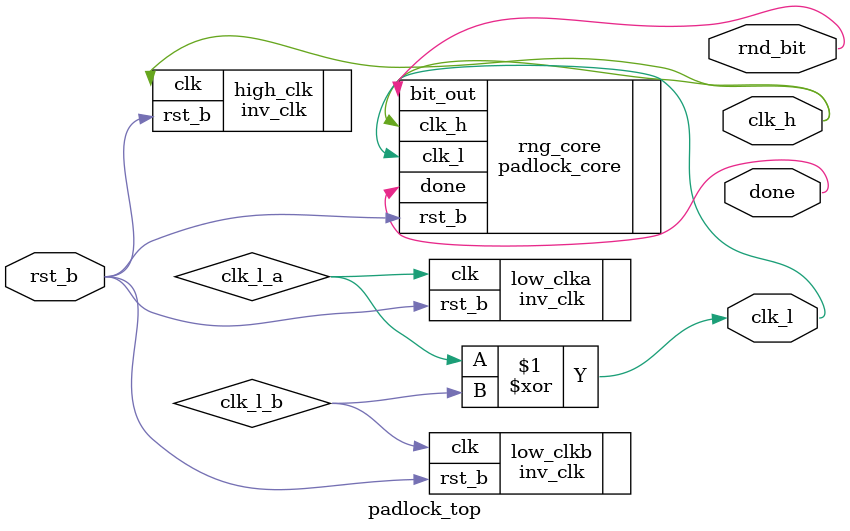
<source format=sv>
module padlock_top
    (input  logic rst_b,
     output logic clk_h,clk_l,
     output logic rnd_bit, done);

    logic clk_l_a, clk_l_b /* synthesis keep */;
    
    inv_clk #(7) high_clk(.rst_b,
                          .clk(clk_h))/* synthesis keep */;

    inv_clk #(59) low_clka(.rst_b,
                           .clk(clk_l_a))/* synthesis keep */;

    inv_clk #(53) low_clkb(.rst_b,
                           .clk(clk_l_b))/* synthesis keep */;
							 
    assign clk_l =  clk_l_a^clk_l_b;
    
    //Set up rng core
    
    padlock_core rng_core(.rst_b,
                          .clk_h,
                          .clk_l,
                          .bit_out(rnd_bit),
                          .done);

endmodule: padlock_top

</source>
